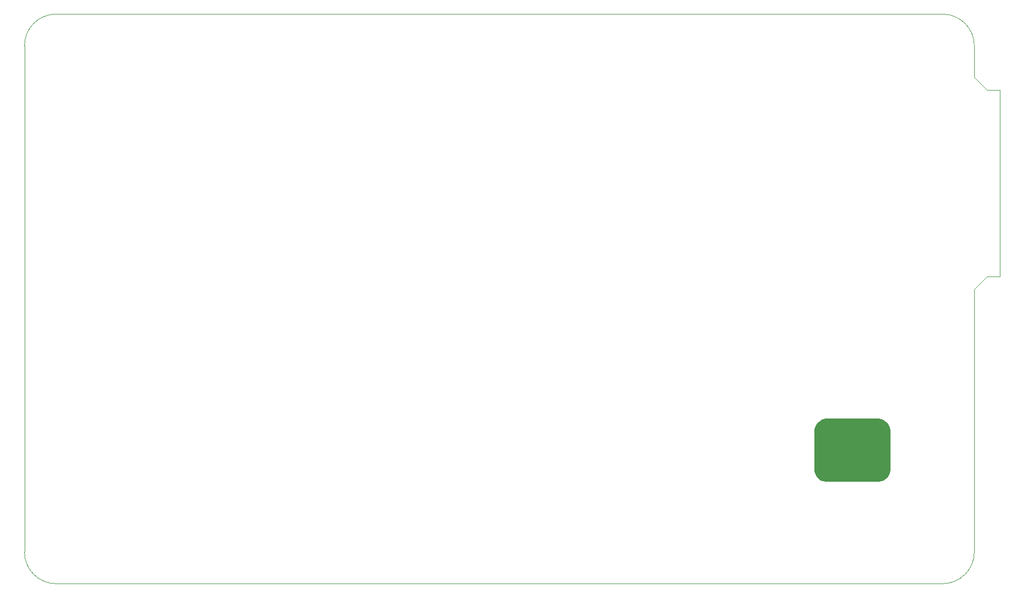
<source format=gbr>
%TF.GenerationSoftware,Altium Limited,Altium Designer,22.5.1 (42)*%
G04 Layer_Color=0*
%FSLAX43Y43*%
%MOMM*%
%TF.SameCoordinates,16143D8C-65FE-44CA-9B93-5BB87F4A9255*%
%TF.FilePolarity,Positive*%
%TF.FileFunction,Profile,NP*%
%TF.Part,Single*%
G01*
G75*
%TA.AperFunction,Profile*%
%ADD90C,0.025*%
G36*
X124750Y18075D02*
Y17878D01*
X124827Y17492D01*
X124978Y17128D01*
X125197Y16800D01*
X125475Y16521D01*
X125803Y16303D01*
X126167Y16152D01*
X126553Y16075D01*
X126750D01*
D01*
X134750D01*
X134947D01*
X135333Y16152D01*
X135697Y16303D01*
X136025Y16521D01*
X136303Y16800D01*
X136522Y17128D01*
X136673Y17492D01*
X136750Y17878D01*
Y18075D01*
D01*
Y24075D01*
Y24272D01*
X136673Y24658D01*
X136522Y25022D01*
X136303Y25350D01*
X136025Y25628D01*
X135697Y25847D01*
X135333Y25998D01*
X134947Y26075D01*
X134750D01*
D01*
X126750D01*
X126553D01*
X126167Y25998D01*
X125803Y25847D01*
X125475Y25628D01*
X125197Y25350D01*
X124978Y25022D01*
X124827Y24658D01*
X124750Y24272D01*
Y24075D01*
D01*
Y18075D01*
D02*
G37*
D90*
X5000Y0D02*
G02*
X0Y5000I0J5000D01*
G01*
X0Y85000D01*
D02*
G02*
X5000Y90000I5000J0D01*
G01*
X145000D01*
D02*
G02*
X150000Y85000I0J-5000D01*
G01*
Y80000D01*
X152000Y78000D01*
X154000D01*
Y76000D01*
X154000Y49000D01*
Y48500D01*
X152000D01*
X150000Y46500D01*
Y46000D01*
X150000Y45000D01*
X150000Y5000D01*
D02*
G02*
X145000Y0I-5000J0D01*
G01*
X5000D01*
%TF.MD5,704e05b846d63a2f7fc277a0450f9a7f*%
M02*

</source>
